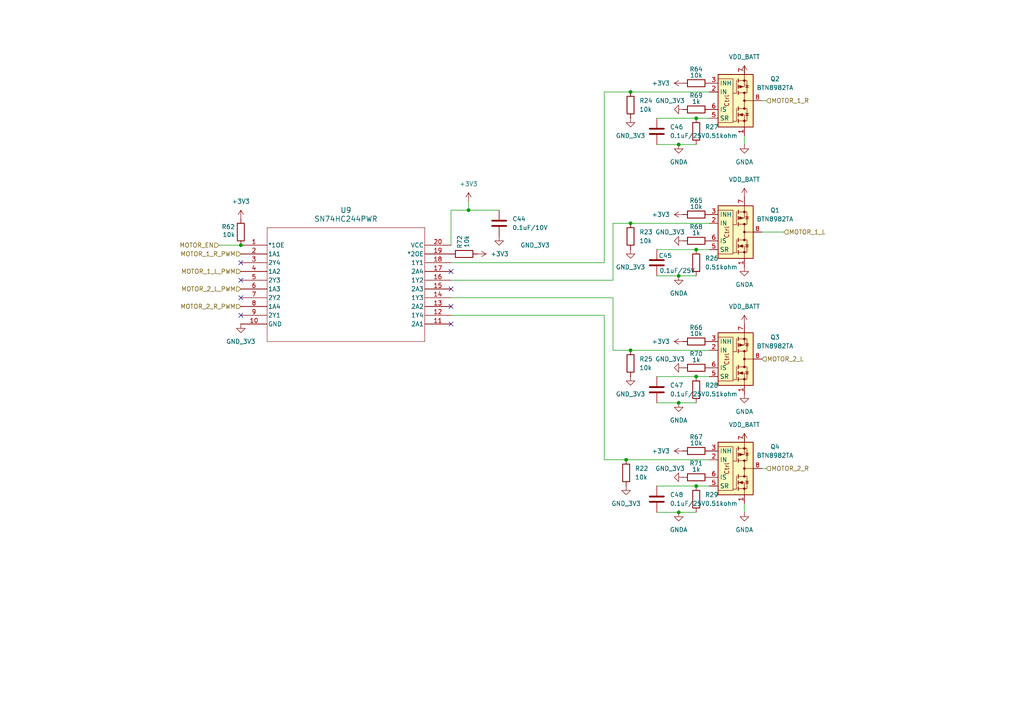
<source format=kicad_sch>
(kicad_sch (version 20231120) (generator "eeschema") (generator_version "8.0")
  (paper "A4")
  (lib_symbols
    (symbol "Device:C" (pin_numbers hide) (pin_names (offset 0.254))
      (property "Reference" "C" (at 0.635 2.54 0))
      (property "Value" "C" (at 0.635 -2.54 0))
      (symbol "C_0_1"
        (polyline (pts (xy -2.032 -0.762) (xy 2.032 -0.762)) (stroke (width 0.508)))
        (polyline (pts (xy -2.032 0.762) (xy 2.032 0.762)) (stroke (width 0.508)))
      )
      (symbol "C_1_1"
        (pin passive line (at 0 3.81 270) (length 2.794) (name "~") (number "1"))
        (pin passive line (at 0 -3.81 90) (length 2.794) (name "~") (number "2"))
      )
    )
    (symbol "Device:R" (pin_numbers hide) (pin_names (offset 0))
      (property "Reference" "R" (at 2.032 0 90))
      (property "Value" "R" (at 0 0 90))
      (symbol "R_0_1"
        (rectangle (start -1.016 -2.54) (end 1.016 2.54) (stroke (width 0.254)))
      )
      (symbol "R_1_1"
        (pin passive line (at 0 3.81 270) (length 1.27) (name "~") (number "1"))
        (pin passive line (at 0 -3.81 90) (length 1.27) (name "~") (number "2"))
      )
    )
    (symbol "Power_Management:BTN8982TA"
      (property "Reference" "Q" (at 6.35 5.715 0))
      (property "Value" "BTN8982TA" (at 6.35 3.81 0))
      (symbol "BTN8982TA_0_1"
        (rectangle (start -5.08 7.62) (end 5.08 -7.62) (stroke (width 0.254)) (fill (type background)))
        (polyline (pts (xy 0.254 -5.969) (xy -0.762 -5.969)))
        (polyline (pts (xy 0.254 2.159) (xy -0.762 2.159)))
        (polyline (pts (xy 2.54 0) (xy 5.08 0)))
        (polyline (pts (xy 2.54 2.286) (xy 2.54 -2.286)))
        (polyline (pts (xy 2.54 -5.842) (xy 2.54 -7.62) (xy 2.54 -6.858)))
        (polyline (pts (xy -5.08 6.35) (xy -0.762 6.35) (xy -0.762 -6.35) (xy -5.08 -6.35)))
      )
      (symbol "BTN8982TA_1_0"
        (text "Ctrl" (at -2.54 0 900) (effects (font (size 1.27 1.27))))
      )
      (symbol "BTN8982TA_1_1"
        (polyline (pts (xy 0.762 -5.842) (xy 2.54 -5.842)))
        (polyline (pts (xy 0.762 -5.334) (xy 0.762 -6.35)) (stroke (width 0.254)))
        (polyline (pts (xy 0.762 -4.064) (xy 2.54 -4.064)))
        (polyline (pts (xy 0.762 -3.556) (xy 0.762 -4.572)) (stroke (width 0.254)))
        (polyline (pts (xy 0.762 -2.286) (xy 2.54 -2.286)))
        (polyline (pts (xy 0.762 -1.778) (xy 0.762 -2.794)) (stroke (width 0.254)))
        (polyline (pts (xy 0.762 2.286) (xy 2.54 2.286)))
        (polyline (pts (xy 0.762 2.794) (xy 0.762 1.778)) (stroke (width 0.254)))
        (polyline (pts (xy 0.762 4.064) (xy 2.54 4.064)))
        (polyline (pts (xy 0.762 4.572) (xy 0.762 3.556)) (stroke (width 0.254)))
        (polyline (pts (xy 0.762 5.842) (xy 2.54 5.842)))
        (polyline (pts (xy 0.762 6.35) (xy 0.762 5.334)) (stroke (width 0.254)))
        (polyline (pts (xy 2.54 -5.842) (xy 2.54 -4.064)))
        (polyline (pts (xy 2.54 4.064) (xy 2.54 5.842)))
        (polyline (pts (xy 2.54 7.62) (xy 2.54 5.842)))
        (polyline (pts (xy 0.254 -2.159) (xy 0.254 -5.969) (xy 0.254 -5.969)))
        (polyline (pts (xy 0.254 5.969) (xy 0.254 2.159) (xy 0.254 2.159)))
        (polyline (pts (xy 1.016 -4.064) (xy 2.032 -3.683) (xy 2.032 -4.445) (xy 1.016 -4.064)) (fill (type outline)))
        (polyline (pts (xy 2.159 4.064) (xy 1.143 3.683) (xy 1.143 4.445) (xy 2.159 4.064)) (fill (type outline)))
        (polyline (pts (xy 2.54 -5.842) (xy 3.302 -5.842) (xy 3.302 -2.286) (xy 2.54 -2.286)))
        (polyline (pts (xy 2.54 2.286) (xy 3.302 2.286) (xy 3.302 5.842) (xy 2.54 5.842)))
        (polyline (pts (xy 2.794 -3.556) (xy 2.921 -3.683) (xy 3.683 -3.683) (xy 3.81 -3.81)))
        (polyline (pts (xy 2.794 4.572) (xy 2.921 4.445) (xy 3.683 4.445) (xy 3.81 4.318)))
        (polyline (pts (xy 3.302 -3.683) (xy 2.921 -4.318) (xy 3.683 -4.318) (xy 3.302 -3.683)))
        (polyline (pts (xy 3.302 4.445) (xy 2.921 3.81) (xy 3.683 3.81) (xy 3.302 4.445)))
        (circle (center 2.54 -5.842) (radius 0.2794) (fill (type outline)))
        (circle (center 2.54 -2.286) (radius 0.2794) (fill (type outline)))
        (circle (center 2.54 0) (radius 0.2794) (fill (type outline)))
        (circle (center 2.54 2.286) (radius 0.2794) (fill (type outline)))
        (circle (center 2.54 5.842) (radius 0.2794) (fill (type outline)))
        (pin power_in line (at 2.54 -10.16 90) (length 2.54) (name "~") (number "1"))
        (pin input line (at -7.62 2.54 0) (length 2.54) (name "IN") (number "2"))
        (pin input line (at -7.62 5.08 0) (length 2.54) (name "INH") (number "3"))
        (pin passive line (at 7.62 0 180) (length 2.54) hide (name "~") (number "4"))
        (pin input line (at -7.62 -5.08 0) (length 2.54) (name "SR") (number "5"))
        (pin output line (at -7.62 -2.54 0) (length 2.54) (name "IS") (number "6"))
        (pin power_in line (at 2.54 10.16 270) (length 2.54) (name "~") (number "7"))
        (pin passive line (at 7.62 0 180) (length 2.54) (name "~") (number "8"))
      )
    )
    (symbol "SN74HC244PWR:SN74HC244PWR" (pin_names (offset 0.254))
      (property "Reference" "U" (at 30.48 10.16 0))
      (property "Value" "SN74HC244PWR" (at 30.48 7.62 0))
      (symbol "SN74HC244PWR_0_1"
        (polyline (pts (xy 7.62 -27.94) (xy 53.34 -27.94)) (stroke (width 0.127)))
        (polyline (pts (xy 7.62 5.08) (xy 7.62 -27.94)) (stroke (width 0.127)))
        (polyline (pts (xy 53.34 -27.94) (xy 53.34 5.08)) (stroke (width 0.127)))
        (polyline (pts (xy 53.34 5.08) (xy 7.62 5.08)) (stroke (width 0.127)))
        (pin input line (at 0 0 0) (length 7.62) (name "*1OE") (number "1"))
        (pin power_in line (at 0 -22.86 0) (length 7.62) (name "GND") (number "10"))
        (pin input line (at 60.96 -22.86 180) (length 7.62) (name "2A1") (number "11"))
        (pin output line (at 60.96 -20.32 180) (length 7.62) (name "1Y4") (number "12"))
        (pin input line (at 60.96 -17.78 180) (length 7.62) (name "2A2") (number "13"))
        (pin output line (at 60.96 -15.24 180) (length 7.62) (name "1Y3") (number "14"))
        (pin input line (at 60.96 -12.7 180) (length 7.62) (name "2A3") (number "15"))
        (pin output line (at 60.96 -10.16 180) (length 7.62) (name "1Y2") (number "16"))
        (pin input line (at 60.96 -7.62 180) (length 7.62) (name "2A4") (number "17"))
        (pin output line (at 60.96 -5.08 180) (length 7.62) (name "1Y1") (number "18"))
        (pin input line (at 60.96 -2.54 180) (length 7.62) (name "*2OE") (number "19"))
        (pin input line (at 0 -2.54 0) (length 7.62) (name "1A1") (number "2"))
        (pin power_in line (at 60.96 0 180) (length 7.62) (name "VCC") (number "20"))
        (pin output line (at 0 -5.08 0) (length 7.62) (name "2Y4") (number "3"))
        (pin input line (at 0 -7.62 0) (length 7.62) (name "1A2") (number "4"))
        (pin output line (at 0 -10.16 0) (length 7.62) (name "2Y3") (number "5"))
        (pin input line (at 0 -12.7 0) (length 7.62) (name "1A3") (number "6"))
        (pin output line (at 0 -15.24 0) (length 7.62) (name "2Y2") (number "7"))
        (pin input line (at 0 -17.78 0) (length 7.62) (name "1A4") (number "8"))
        (pin output line (at 0 -20.32 0) (length 7.62) (name "2Y1") (number "9"))
      )
    )
    (symbol "power:+3V3" (power) (pin_numbers hide) (pin_names (offset 0) hide)
      (property "Value" "+3V3" (at 0 3.556 0))
      (symbol "+3V3_0_1"
        (polyline (pts (xy -0.762 1.27) (xy 0 2.54)))
        (polyline (pts (xy 0 0) (xy 0 2.54)))
        (polyline (pts (xy 0 2.54) (xy 0.762 1.27)))
      )
      (symbol "+3V3_1_1"
        (pin power_in line (at 0 0 90) (length 0) (name "~") (number "1"))
      )
    )
    (symbol "power:GND" (power) (pin_numbers hide) (pin_names (offset 0) hide)
      (property "Value" "GND" (at 0 -3.81 0))
      (symbol "GND_0_1"
        (polyline (pts (xy 0 0) (xy 0 -1.27) (xy 1.27 -1.27) (xy 0 -2.54) (xy -1.27 -1.27) (xy 0 -1.27)))
      )
      (symbol "GND_1_1"
        (pin power_in line (at 0 0 270) (length 0) (name "~") (number "1"))
      )
    )
    (symbol "power:GNDA" (power) (pin_numbers hide) (pin_names (offset 0) hide)
      (property "Value" "GNDA" (at 0 -3.81 0))
      (symbol "GNDA_0_1"
        (polyline (pts (xy 0 0) (xy 0 -1.27) (xy 1.27 -1.27) (xy 0 -2.54) (xy -1.27 -1.27) (xy 0 -1.27)))
      )
      (symbol "GNDA_1_1"
        (pin power_in line (at 0 0 270) (length 0) (name "~") (number "1"))
      )
    )
  )
  (junction (at 196.85 41.91))
  (junction (at 182.88 64.77))
  (junction (at 181.61 133.35))
  (junction (at 135.89 60.96))
  (junction (at 69.85 71.12))
  (junction (at 196.85 116.84))
  (junction (at 182.88 26.67))
  (junction (at 201.93 140.97))
  (junction (at 182.88 101.6))
  (junction (at 196.85 80.01))
  (junction (at 201.93 72.39))
  (junction (at 196.85 148.59))
  (junction (at 201.93 34.29))
  (junction (at 201.93 109.22))
  (no_connect (at 69.85 76.2))
  (no_connect (at 130.81 78.74))
  (no_connect (at 69.85 86.36))
  (no_connect (at 69.85 91.44))
  (no_connect (at 130.81 93.98))
  (no_connect (at 130.81 88.9))
  (no_connect (at 69.85 81.28))
  (no_connect (at 130.81 83.82))
  (wire (pts (xy 182.88 101.6) (xy 205.74 101.6)))
  (wire (pts (xy 215.9 125.73) (xy 215.9 128.27)))
  (wire (pts (xy 190.5 80.01) (xy 196.85 80.01)))
  (wire (pts (xy 222.25 135.89) (xy 220.98 135.89)))
  (wire (pts (xy 175.26 133.35) (xy 181.61 133.35)))
  (wire (pts (xy 181.61 133.35) (xy 205.74 133.35)))
  (wire (pts (xy 175.26 26.67) (xy 182.88 26.67)))
  (wire (pts (xy 190.5 116.84) (xy 196.85 116.84)))
  (wire (pts (xy 190.5 41.91) (xy 196.85 41.91)))
  (wire (pts (xy 196.85 116.84) (xy 201.93 116.84)))
  (wire (pts (xy 196.85 41.91) (xy 201.93 41.91)))
  (wire (pts (xy 130.81 76.2) (xy 175.26 76.2)))
  (wire (pts (xy 135.89 60.96) (xy 130.81 60.96)))
  (wire (pts (xy 215.9 39.37) (xy 215.9 41.91)))
  (wire (pts (xy 130.81 86.36) (xy 177.8 86.36)))
  (wire (pts (xy 175.26 91.44) (xy 175.26 133.35)))
  (wire (pts (xy 201.93 109.22) (xy 205.74 109.22)))
  (wire (pts (xy 196.85 148.59) (xy 201.93 148.59)))
  (wire (pts (xy 135.89 58.42) (xy 135.89 60.96)))
  (wire (pts (xy 177.8 86.36) (xy 177.8 101.6)))
  (wire (pts (xy 130.81 60.96) (xy 130.81 71.12)))
  (wire (pts (xy 215.9 19.05) (xy 215.9 21.59)))
  (wire (pts (xy 196.85 80.01) (xy 201.93 80.01)))
  (wire (pts (xy 190.5 34.29) (xy 201.93 34.29)))
  (wire (pts (xy 190.5 109.22) (xy 201.93 109.22)))
  (wire (pts (xy 175.26 76.2) (xy 175.26 26.67)))
  (wire (pts (xy 201.93 72.39) (xy 205.74 72.39)))
  (wire (pts (xy 182.88 26.67) (xy 205.74 26.67)))
  (wire (pts (xy 177.8 64.77) (xy 177.8 81.28)))
  (wire (pts (xy 201.93 34.29) (xy 205.74 34.29)))
  (wire (pts (xy 201.93 140.97) (xy 205.74 140.97)))
  (wire (pts (xy 177.8 64.77) (xy 182.88 64.77)))
  (wire (pts (xy 222.25 29.21) (xy 220.98 29.21)))
  (wire (pts (xy 130.81 81.28) (xy 177.8 81.28)))
  (wire (pts (xy 190.5 72.39) (xy 201.93 72.39)))
  (wire (pts (xy 227.33 67.31) (xy 220.98 67.31)))
  (wire (pts (xy 144.78 60.96) (xy 135.89 60.96)))
  (wire (pts (xy 190.5 140.97) (xy 201.93 140.97)))
  (wire (pts (xy 63.5 71.12) (xy 69.85 71.12)))
  (wire (pts (xy 190.5 148.59) (xy 196.85 148.59)))
  (wire (pts (xy 182.88 64.77) (xy 205.74 64.77)))
  (wire (pts (xy 215.9 146.05) (xy 215.9 148.59)))
  (wire (pts (xy 177.8 101.6) (xy 182.88 101.6)))
  (wire (pts (xy 130.81 91.44) (xy 175.26 91.44)))
  (hierarchical_label "MOTOR_2_R_PWM" (shape input) (at 69.85 88.9 180))
  (hierarchical_label "MOTOR_EN" (shape input) (at 63.5 71.12 180))
  (hierarchical_label "MOTOR_2_R" (shape input) (at 222.25 135.89 0))
  (hierarchical_label "MOTOR_1_R_PWM" (shape input) (at 69.85 73.66 180))
  (hierarchical_label "MOTOR_1_R" (shape input) (at 222.25 29.21 0))
  (hierarchical_label "MOTOR_2_L_PWM" (shape input) (at 69.85 83.82 180))
  (hierarchical_label "MOTOR_2_L" (shape input) (at 220.98 104.14 0))
  (hierarchical_label "MOTOR_1_L" (shape input) (at 227.33 67.31 0))
  (hierarchical_label "MOTOR_1_L_PWM" (shape input) (at 69.85 78.74 180))
  (symbol (lib_id "Device:R") (at 181.61 137.16 180) (unit 1)
    (property "Reference" "R22" (at 184.15 135.8899 0) (effects (justify right)))
    (property "Value" "10k" (at 184.15 138.4299 0) (effects (justify right)))
    (property "Footprint" "Resistor_SMD:R_0603_1608Metric" (effects (hide yes)))
    (property "Description" "Resistor" (effects (hide yes)))
    (property "MANUF_PN" "RC0603FR-0710KL" (effects (hide yes)))
  )
  (symbol (lib_id "power:+3V3") (at 198.12 130.81 90) (unit 1)
    (property "Reference" "#PWR0114" (effects (hide yes)))
    (property "Value" "+3V3" (at 194.31 130.8099 90) (effects (justify left)))
    (property "Description" "Power symbol creates a global label with name \"+3V3\"" (effects (hide yes)))
  )
  (symbol (lib_id "power:GND") (at 181.61 140.97 0) (unit 1)
    (property "Reference" "#PWR0103" (effects (hide yes)))
    (property "Value" "GND_3V3" (at 181.61 146.05 0))
    (property "Description" "Power symbol creates a global label with name \"GND\" , ground" (effects (hide yes)))
  )
  (symbol (lib_id "power:GND") (at 182.88 109.22 0) (unit 1)
    (property "Reference" "#PWR0106" (effects (hide yes)))
    (property "Value" "GND_3V3" (at 182.88 114.3 0))
    (property "Description" "Power symbol creates a global label with name \"GND\" , ground" (effects (hide yes)))
  )
  (symbol (lib_id "Device:R") (at 201.93 106.68 270) (unit 1)
    (property "Reference" "R70" (at 201.93 102.616 90))
    (property "Value" "1k" (at 201.93 104.394 90))
    (property "Footprint" "Resistor_SMD:R_0603_1608Metric" (effects (hide yes)))
    (property "Description" "Resistor" (effects (hide yes)))
    (property "MANUF_PN" "RMCF0603FT1K00" (effects (hide yes)))
  )
  (symbol (lib_id "power:GNDA") (at 215.9 114.3 0) (unit 1)
    (property "Reference" "#PWR0120" (effects (hide yes)))
    (property "Value" "GNDA" (at 215.9 119.38 0))
    (property "Description" "Power symbol creates a global label with name \"GNDA\" , analog ground" (effects (hide yes)))
  )
  (symbol (lib_id "Device:R") (at 69.85 67.31 180) (unit 1)
    (property "Reference" "R62" (at 64.262 65.786 0) (effects (justify right)))
    (property "Value" "10k" (at 64.516 68.072 0) (effects (justify right)))
    (property "Footprint" "Resistor_SMD:R_0603_1608Metric" (effects (hide yes)))
    (property "Description" "Resistor" (effects (hide yes)))
    (property "MANUF_PN" "RC0603FR-0710KL" (effects (hide yes)))
  )
  (symbol (lib_id "power:GNDA") (at 215.9 41.91 0) (unit 1)
    (property "Reference" "#PWR0118" (effects (hide yes)))
    (property "Value" "GNDA" (at 215.9 46.99 0))
    (property "Description" "Power symbol creates a global label with name \"GNDA\" , analog ground" (effects (hide yes)))
  )
  (symbol (lib_id "power:+3V3") (at 215.9 93.98 0) (unit 1)
    (property "Reference" "#PWR0119" (effects (hide yes)))
    (property "Value" "VDD_BATT" (at 215.9 88.9 0))
    (property "Description" "Power symbol creates a global label with name \"+3V3\"" (effects (hide yes)))
  )
  (symbol (lib_id "Device:C") (at 144.78 64.77 0) (unit 1)
    (property "Reference" "C44" (at 148.59 63.4999 0) (effects (justify left)))
    (property "Value" "0.1uF/10V" (at 148.59 66.0399 0) (effects (justify left)))
    (property "Footprint" "Capacitor_SMD:C_0603_1608Metric" (effects (hide yes)))
    (property "Description" "Unpolarized capacitor" (effects (hide yes)))
  )
  (symbol (lib_id "Device:R") (at 201.93 144.78 0) (unit 1)
    (property "Reference" "R29" (at 204.47 143.5099 0) (effects (justify left)))
    (property "Value" "0.51kohm" (at 204.47 146.0499 0) (effects (justify left)))
    (property "Footprint" "Resistor_SMD:R_0603_1608Metric" (effects (hide yes)))
    (property "Description" "Resistor" (effects (hide yes)))
    (property "MANUF_PN" "RMCF0603FT510R" (effects (hide yes)))
  )
  (symbol (lib_id "Device:R") (at 182.88 105.41 180) (unit 1)
    (property "Reference" "R25" (at 185.42 104.1399 0) (effects (justify right)))
    (property "Value" "10k" (at 185.42 106.6799 0) (effects (justify right)))
    (property "Footprint" "Resistor_SMD:R_0603_1608Metric" (effects (hide yes)))
    (property "Description" "Resistor" (effects (hide yes)))
    (property "MANUF_PN" "RC0603FR-0710KL" (effects (hide yes)))
  )
  (symbol (lib_id "Device:C") (at 190.5 76.2 0) (unit 1)
    (property "Reference" "C45" (at 191.008 74.168 0) (effects (justify left)))
    (property "Value" "0.1uF/25V" (at 191.262 78.486 0) (effects (justify left)))
    (property "Footprint" "Capacitor_SMD:C_0603_1608Metric" (effects (hide yes)))
    (property "Description" "Unpolarized capacitor" (effects (hide yes)))
  )
  (symbol (lib_id "Device:R") (at 201.93 76.2 0) (unit 1)
    (property "Reference" "R26" (at 204.47 74.9299 0) (effects (justify left)))
    (property "Value" "0.51kohm" (at 204.47 77.4699 0) (effects (justify left)))
    (property "Footprint" "Resistor_SMD:R_0603_1608Metric" (effects (hide yes)))
    (property "Description" "Resistor" (effects (hide yes)))
    (property "MANUF_PN" "RMCF0603FT510R" (effects (hide yes)))
  )
  (symbol (lib_id "power:+3V3") (at 135.89 58.42 0) (unit 1)
    (property "Reference" "#PWR0101" (effects (hide yes)))
    (property "Value" "+3V3" (at 135.89 53.34 0))
    (property "Description" "Power symbol creates a global label with name \"+3V3\"" (effects (hide yes)))
  )
  (symbol (lib_id "Power_Management:BTN8982TA") (at 213.36 29.21 0) (unit 1)
    (property "Reference" "Q2" (at 224.79 22.8914 0))
    (property "Value" "BTN8982TA" (at 224.79 25.4314 0))
    (property "Footprint" "Package_TO_SOT_SMD:TO-263-7_TabPin8" (effects (hide yes)))
    (property "Datasheet" "https://www.infineon.com/dgdl/Infineon-BTN8982TA-DS-v01_00-EN.pdf?fileId=db3a30433fa9412f013fbe32289b7c17" (effects (hide yes)))
    (property "Description" "High Current PN Half Bridge, TO-263-7" (effects (hide yes)))
  )
  (symbol (lib_id "power:+3V3") (at 198.12 99.06 90) (unit 1)
    (property "Reference" "#PWR0113" (effects (hide yes)))
    (property "Value" "+3V3" (at 194.31 99.0599 90) (effects (justify left)))
    (property "Description" "Power symbol creates a global label with name \"+3V3\"" (effects (hide yes)))
  )
  (symbol (lib_id "power:GNDA") (at 215.9 77.47 0) (unit 1)
    (property "Reference" "#PWR0116" (effects (hide yes)))
    (property "Value" "GNDA" (at 215.9 82.55 0))
    (property "Description" "Power symbol creates a global label with name \"GNDA\" , analog ground" (effects (hide yes)))
  )
  (symbol (lib_id "Device:R") (at 201.93 138.43 270) (unit 1)
    (property "Reference" "R71" (at 201.93 134.366 90))
    (property "Value" "1k" (at 201.93 136.144 90))
    (property "Footprint" "Resistor_SMD:R_0603_1608Metric" (effects (hide yes)))
    (property "Description" "Resistor" (effects (hide yes)))
    (property "MANUF_PN" "RMCF0603FT1K00" (effects (hide yes)))
  )
  (symbol (lib_id "Device:R") (at 201.93 130.81 270) (unit 1)
    (property "Reference" "R67" (at 201.93 126.746 90))
    (property "Value" "10k" (at 201.93 128.524 90))
    (property "Footprint" "Resistor_SMD:R_0603_1608Metric" (effects (hide yes)))
    (property "Description" "Resistor" (effects (hide yes)))
    (property "MANUF_PN" "RC0603FR-0710KL" (effects (hide yes)))
  )
  (symbol (lib_id "power:GNDA") (at 196.85 116.84 0) (unit 1)
    (property "Reference" "#PWR0109" (effects (hide yes)))
    (property "Value" "GNDA" (at 196.85 121.92 0))
    (property "Description" "Power symbol creates a global label with name \"GNDA\" , analog ground" (effects (hide yes)))
  )
  (symbol (lib_id "power:+3V3") (at 138.43 73.66 270) (unit 1)
    (property "Reference" "#PWR0100" (effects (hide yes)))
    (property "Value" "+3V3" (at 142.24 73.6599 90) (effects (justify left)))
    (property "Description" "Power symbol creates a global label with name \"+3V3\"" (effects (hide yes)))
  )
  (symbol (lib_id "power:+3V3") (at 215.9 57.15 0) (unit 1)
    (property "Reference" "#PWR0115" (effects (hide yes)))
    (property "Value" "VDD_BATT" (at 215.9 52.07 0))
    (property "Description" "Power symbol creates a global label with name \"+3V3\"" (effects (hide yes)))
  )
  (symbol (lib_id "power:GNDA") (at 196.85 148.59 0) (unit 1)
    (property "Reference" "#PWR0110" (effects (hide yes)))
    (property "Value" "GNDA" (at 196.85 153.67 0))
    (property "Description" "Power symbol creates a global label with name \"GNDA\" , analog ground" (effects (hide yes)))
  )
  (symbol (lib_id "power:GNDA") (at 215.9 148.59 0) (unit 1)
    (property "Reference" "#PWR0122" (effects (hide yes)))
    (property "Value" "GNDA" (at 215.9 153.67 0))
    (property "Description" "Power symbol creates a global label with name \"GNDA\" , analog ground" (effects (hide yes)))
  )
  (symbol (lib_id "Power_Management:BTN8982TA") (at 213.36 104.14 0) (unit 1)
    (property "Reference" "Q3" (at 224.79 97.8214 0))
    (property "Value" "BTN8982TA" (at 224.79 100.3614 0))
    (property "Footprint" "Package_TO_SOT_SMD:TO-263-7_TabPin8" (effects (hide yes)))
    (property "Datasheet" "https://www.infineon.com/dgdl/Infineon-BTN8982TA-DS-v01_00-EN.pdf?fileId=db3a30433fa9412f013fbe32289b7c17" (effects (hide yes)))
    (property "Description" "High Current PN Half Bridge, TO-263-7" (effects (hide yes)))
  )
  (symbol (lib_id "power:GND") (at 144.78 68.58 0) (unit 1)
    (property "Reference" "#PWR0102" (effects (hide yes)))
    (property "Value" "GND_3V3" (at 155.194 71.12 0))
    (property "Description" "Power symbol creates a global label with name \"GND\" , ground" (effects (hide yes)))
  )
  (symbol (lib_id "Power_Management:BTN8982TA") (at 213.36 67.31 0) (unit 1)
    (property "Reference" "Q1" (at 224.79 60.9914 0))
    (property "Value" "BTN8982TA" (at 224.79 63.5314 0))
    (property "Footprint" "Package_TO_SOT_SMD:TO-263-7_TabPin8" (effects (hide yes)))
    (property "Datasheet" "https://www.infineon.com/dgdl/Infineon-BTN8982TA-DS-v01_00-EN.pdf?fileId=db3a30433fa9412f013fbe32289b7c17" (effects (hide yes)))
    (property "Description" "High Current PN Half Bridge, TO-263-7" (effects (hide yes)))
  )
  (symbol (lib_id "power:+3V3") (at 198.12 24.13 90) (unit 1)
    (property "Reference" "#PWR0112" (effects (hide yes)))
    (property "Value" "+3V3" (at 194.31 24.1299 90) (effects (justify left)))
    (property "Description" "Power symbol creates a global label with name \"+3V3\"" (effects (hide yes)))
  )
  (symbol (lib_id "Device:R") (at 201.93 69.85 270) (unit 1)
    (property "Reference" "R68" (at 201.93 65.786 90))
    (property "Value" "1k" (at 201.93 67.564 90))
    (property "Footprint" "Resistor_SMD:R_0603_1608Metric" (effects (hide yes)))
    (property "Description" "Resistor" (effects (hide yes)))
    (property "MANUF_PN" "RMCF0603FT1K00" (effects (hide yes)))
  )
  (symbol (lib_id "power:GNDA") (at 196.85 41.91 0) (unit 1)
    (property "Reference" "#PWR0108" (effects (hide yes)))
    (property "Value" "GNDA" (at 196.85 46.99 0))
    (property "Description" "Power symbol creates a global label with name \"GNDA\" , analog ground" (effects (hide yes)))
  )
  (symbol (lib_id "Power_Management:BTN8982TA") (at 213.36 135.89 0) (unit 1)
    (property "Reference" "Q4" (at 224.79 129.5714 0))
    (property "Value" "BTN8982TA" (at 224.79 132.1114 0))
    (property "Footprint" "Package_TO_SOT_SMD:TO-263-7_TabPin8" (effects (hide yes)))
    (property "Datasheet" "https://www.infineon.com/dgdl/Infineon-BTN8982TA-DS-v01_00-EN.pdf?fileId=db3a30433fa9412f013fbe32289b7c17" (effects (hide yes)))
    (property "Description" "High Current PN Half Bridge, TO-263-7" (effects (hide yes)))
  )
  (symbol (lib_id "power:GND") (at 182.88 72.39 0) (unit 1)
    (property "Reference" "#PWR0104" (effects (hide yes)))
    (property "Value" "GND_3V3" (at 182.88 77.47 0))
    (property "Description" "Power symbol creates a global label with name \"GND\" , ground" (effects (hide yes)))
  )
  (symbol (lib_id "Device:R") (at 201.93 38.1 0) (unit 1)
    (property "Reference" "R27" (at 204.47 36.8299 0) (effects (justify left)))
    (property "Value" "0.51kohm" (at 204.47 39.3699 0) (effects (justify left)))
    (property "Footprint" "Resistor_SMD:R_0603_1608Metric" (effects (hide yes)))
    (property "Description" "Resistor" (effects (hide yes)))
    (property "MANUF_PN" "RMCF0603FT510R" (effects (hide yes)))
  )
  (symbol (lib_id "power:GND") (at 198.12 69.85 270) (unit 1)
    (property "Reference" "#PWR0143" (effects (hide yes)))
    (property "Value" "GND_3V3" (at 198.628 67.31 90) (effects (justify right)))
    (property "Description" "Power symbol creates a global label with name \"GND\" , ground" (effects (hide yes)))
  )
  (symbol (lib_id "power:+3V3") (at 69.85 63.5 0) (unit 1)
    (property "Reference" "#PWR0142" (effects (hide yes)))
    (property "Value" "+3V3" (at 69.85 58.42 0))
    (property "Description" "Power symbol creates a global label with name \"+3V3\"" (effects (hide yes)))
  )
  (symbol (lib_id "power:GND") (at 69.85 93.98 0) (unit 1)
    (property "Reference" "#PWR099" (effects (hide yes)))
    (property "Value" "GND_3V3" (at 69.85 99.06 0))
    (property "Description" "Power symbol creates a global label with name \"GND\" , ground" (effects (hide yes)))
  )
  (symbol (lib_id "Device:R") (at 201.93 24.13 270) (unit 1)
    (property "Reference" "R64" (at 201.93 20.066 90))
    (property "Value" "10k" (at 201.93 21.844 90))
    (property "Footprint" "Resistor_SMD:R_0603_1608Metric" (effects (hide yes)))
    (property "Description" "Resistor" (effects (hide yes)))
    (property "MANUF_PN" "RC0603FR-0710KL" (effects (hide yes)))
  )
  (symbol (lib_id "Device:R") (at 182.88 30.48 180) (unit 1)
    (property "Reference" "R24" (at 185.42 29.2099 0) (effects (justify right)))
    (property "Value" "10k" (at 185.42 31.7499 0) (effects (justify right)))
    (property "Footprint" "Resistor_SMD:R_0603_1608Metric" (effects (hide yes)))
    (property "Description" "Resistor" (effects (hide yes)))
    (property "MANUF_PN" "RC0603FR-0710KL" (effects (hide yes)))
  )
  (symbol (lib_id "SN74HC244PWR:SN74HC244PWR") (at 69.85 71.12 0) (unit 1)
    (property "Reference" "U9" (at 100.33 60.96 0) (effects (font (size 1.524 1.524))))
    (property "Value" "SN74HC244PWR" (at 100.33 63.5 0) (effects (font (size 1.524 1.524))))
    (property "Footprint" "footprints:PW20" (effects (hide yes)))
    (property "Datasheet" "https://www.digikey.ca/en/products/detail/texas-instruments/SN74HC244PWR/377021" (effects (hide yes)))
  )
  (symbol (lib_id "power:GND") (at 198.12 138.43 270) (unit 1)
    (property "Reference" "#PWR0146" (effects (hide yes)))
    (property "Value" "GND_3V3" (at 198.628 135.89 90) (effects (justify right)))
    (property "Description" "Power symbol creates a global label with name \"GND\" , ground" (effects (hide yes)))
  )
  (symbol (lib_id "power:+3V3") (at 215.9 128.27 0) (unit 1)
    (property "Reference" "#PWR0121" (effects (hide yes)))
    (property "Value" "VDD_BATT" (at 215.9 123.19 0))
    (property "Description" "Power symbol creates a global label with name \"+3V3\"" (effects (hide yes)))
  )
  (symbol (lib_id "power:GNDA") (at 196.85 80.01 0) (unit 1)
    (property "Reference" "#PWR0107" (effects (hide yes)))
    (property "Value" "GNDA" (at 196.85 85.09 0))
    (property "Description" "Power symbol creates a global label with name \"GNDA\" , analog ground" (effects (hide yes)))
  )
  (symbol (lib_id "Device:R") (at 201.93 113.03 0) (unit 1)
    (property "Reference" "R28" (at 204.47 111.7599 0) (effects (justify left)))
    (property "Value" "0.51kohm" (at 204.47 114.2999 0) (effects (justify left)))
    (property "Footprint" "Resistor_SMD:R_0603_1608Metric" (effects (hide yes)))
    (property "Description" "Resistor" (effects (hide yes)))
    (property "MANUF_PN" "RMCF0603FT510R" (effects (hide yes)))
  )
  (symbol (lib_id "Device:C") (at 190.5 113.03 0) (unit 1)
    (property "Reference" "C47" (at 194.31 111.7599 0) (effects (justify left)))
    (property "Value" "0.1uF/25V" (at 194.31 114.2999 0) (effects (justify left)))
    (property "Footprint" "Capacitor_SMD:C_0603_1608Metric" (effects (hide yes)))
    (property "Description" "Unpolarized capacitor" (effects (hide yes)))
  )
  (symbol (lib_id "power:GND") (at 182.88 34.29 0) (unit 1)
    (property "Reference" "#PWR0105" (effects (hide yes)))
    (property "Value" "GND_3V3" (at 182.88 39.37 0))
    (property "Description" "Power symbol creates a global label with name \"GND\" , ground" (effects (hide yes)))
  )
  (symbol (lib_id "power:+3V3") (at 198.12 62.23 90) (unit 1)
    (property "Reference" "#PWR0111" (effects (hide yes)))
    (property "Value" "+3V3" (at 194.31 62.2299 90) (effects (justify left)))
    (property "Description" "Power symbol creates a global label with name \"+3V3\"" (effects (hide yes)))
  )
  (symbol (lib_id "Device:R") (at 134.62 73.66 270) (unit 1)
    (property "Reference" "R72" (at 133.35 72.136 0) (effects (justify right)))
    (property "Value" "10k" (at 135.382 71.882 0) (effects (justify right)))
    (property "Footprint" "Resistor_SMD:R_0603_1608Metric" (effects (hide yes)))
    (property "Description" "Resistor" (effects (hide yes)))
    (property "MANUF_PN" "RC0603FR-0710KL" (effects (hide yes)))
  )
  (symbol (lib_id "Device:C") (at 190.5 38.1 0) (unit 1)
    (property "Reference" "C46" (at 194.31 36.8299 0) (effects (justify left)))
    (property "Value" "0.1uF/25V" (at 194.31 39.3699 0) (effects (justify left)))
    (property "Footprint" "Capacitor_SMD:C_0603_1608Metric" (effects (hide yes)))
    (property "Description" "Unpolarized capacitor" (effects (hide yes)))
  )
  (symbol (lib_id "Device:R") (at 201.93 62.23 270) (unit 1)
    (property "Reference" "R65" (at 201.93 58.166 90))
    (property "Value" "10k" (at 201.93 59.944 90))
    (property "Footprint" "Resistor_SMD:R_0603_1608Metric" (effects (hide yes)))
    (property "Description" "Resistor" (effects (hide yes)))
    (property "MANUF_PN" "RC0603FR-0710KL" (effects (hide yes)))
  )
  (symbol (lib_id "Device:C") (at 190.5 144.78 0) (unit 1)
    (property "Reference" "C48" (at 194.31 143.5099 0) (effects (justify left)))
    (property "Value" "0.1uF/25V" (at 194.31 146.0499 0) (effects (justify left)))
    (property "Footprint" "Capacitor_SMD:C_0603_1608Metric" (effects (hide yes)))
    (property "Description" "Unpolarized capacitor" (effects (hide yes)))
  )
  (symbol (lib_id "Device:R") (at 201.93 99.06 270) (unit 1)
    (property "Reference" "R66" (at 201.93 94.996 90))
    (property "Value" "10k" (at 201.93 96.774 90))
    (property "Footprint" "Resistor_SMD:R_0603_1608Metric" (effects (hide yes)))
    (property "Description" "Resistor" (effects (hide yes)))
    (property "MANUF_PN" "RC0603FR-0710KL" (effects (hide yes)))
  )
  (symbol (lib_id "power:GND") (at 198.12 106.68 270) (unit 1)
    (property "Reference" "#PWR0145" (effects (hide yes)))
    (property "Value" "GND_3V3" (at 198.628 104.14 90) (effects (justify right)))
    (property "Description" "Power symbol creates a global label with name \"GND\" , ground" (effects (hide yes)))
  )
  (symbol (lib_id "power:GND") (at 198.12 31.75 270) (unit 1)
    (property "Reference" "#PWR0144" (effects (hide yes)))
    (property "Value" "GND_3V3" (at 198.628 29.21 90) (effects (justify right)))
    (property "Description" "Power symbol creates a global label with name \"GND\" , ground" (effects (hide yes)))
  )
  (symbol (lib_id "power:+3V3") (at 215.9 21.59 0) (unit 1)
    (property "Reference" "#PWR0117" (effects (hide yes)))
    (property "Value" "VDD_BATT" (at 215.9 16.51 0))
    (property "Description" "Power symbol creates a global label with name \"+3V3\"" (effects (hide yes)))
  )
  (symbol (lib_id "Device:R") (at 182.88 68.58 180) (unit 1)
    (property "Reference" "R23" (at 185.42 67.3099 0) (effects (justify right)))
    (property "Value" "10k" (at 185.42 69.8499 0) (effects (justify right)))
    (property "Footprint" "Resistor_SMD:R_0603_1608Metric" (effects (hide yes)))
    (property "Description" "Resistor" (effects (hide yes)))
    (property "MANUF_PN" "RC0603FR-0710KL" (effects (hide yes)))
  )
  (symbol (lib_id "Device:R") (at 201.93 31.75 270) (unit 1)
    (property "Reference" "R69" (at 201.93 27.686 90))
    (property "Value" "1k" (at 201.93 29.464 90))
    (property "Footprint" "Resistor_SMD:R_0603_1608Metric" (effects (hide yes)))
    (property "Description" "Resistor" (effects (hide yes)))
    (property "MANUF_PN" "RMCF0603FT1K00" (effects (hide yes)))
  )
)
</source>
